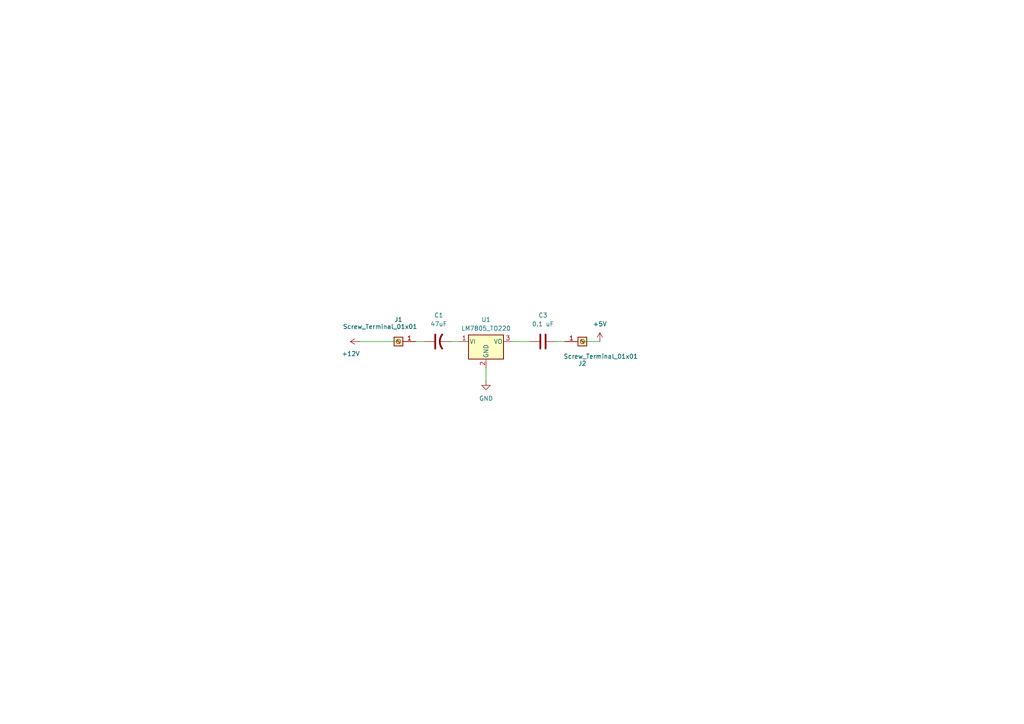
<source format=kicad_sch>
(kicad_sch
	(version 20250114)
	(generator "eeschema")
	(generator_version "9.0")
	(uuid "d52add8c-aefc-44c4-ab52-31b65394f964")
	(paper "A4")
	(lib_symbols
		(symbol "Connector:Screw_Terminal_01x01"
			(pin_names
				(offset 1.016)
				(hide yes)
			)
			(exclude_from_sim no)
			(in_bom yes)
			(on_board yes)
			(property "Reference" "J"
				(at 0 2.54 0)
				(effects
					(font
						(size 1.27 1.27)
					)
				)
			)
			(property "Value" "Screw_Terminal_01x01"
				(at 0 -2.54 0)
				(effects
					(font
						(size 1.27 1.27)
					)
				)
			)
			(property "Footprint" ""
				(at 0 0 0)
				(effects
					(font
						(size 1.27 1.27)
					)
					(hide yes)
				)
			)
			(property "Datasheet" "~"
				(at 0 0 0)
				(effects
					(font
						(size 1.27 1.27)
					)
					(hide yes)
				)
			)
			(property "Description" "Generic screw terminal, single row, 01x01, script generated (kicad-library-utils/schlib/autogen/connector/)"
				(at 0 0 0)
				(effects
					(font
						(size 1.27 1.27)
					)
					(hide yes)
				)
			)
			(property "ki_keywords" "screw terminal"
				(at 0 0 0)
				(effects
					(font
						(size 1.27 1.27)
					)
					(hide yes)
				)
			)
			(property "ki_fp_filters" "TerminalBlock*:*"
				(at 0 0 0)
				(effects
					(font
						(size 1.27 1.27)
					)
					(hide yes)
				)
			)
			(symbol "Screw_Terminal_01x01_1_1"
				(rectangle
					(start -1.27 1.27)
					(end 1.27 -1.27)
					(stroke
						(width 0.254)
						(type default)
					)
					(fill
						(type background)
					)
				)
				(polyline
					(pts
						(xy -0.5334 0.3302) (xy 0.3302 -0.508)
					)
					(stroke
						(width 0.1524)
						(type default)
					)
					(fill
						(type none)
					)
				)
				(polyline
					(pts
						(xy -0.3556 0.508) (xy 0.508 -0.3302)
					)
					(stroke
						(width 0.1524)
						(type default)
					)
					(fill
						(type none)
					)
				)
				(circle
					(center 0 0)
					(radius 0.635)
					(stroke
						(width 0.1524)
						(type default)
					)
					(fill
						(type none)
					)
				)
				(pin passive line
					(at -5.08 0 0)
					(length 3.81)
					(name "Pin_1"
						(effects
							(font
								(size 1.27 1.27)
							)
						)
					)
					(number "1"
						(effects
							(font
								(size 1.27 1.27)
							)
						)
					)
				)
			)
			(embedded_fonts no)
		)
		(symbol "Device:C"
			(pin_numbers
				(hide yes)
			)
			(pin_names
				(offset 0.254)
			)
			(exclude_from_sim no)
			(in_bom yes)
			(on_board yes)
			(property "Reference" "C"
				(at 0.635 2.54 0)
				(effects
					(font
						(size 1.27 1.27)
					)
					(justify left)
				)
			)
			(property "Value" "C"
				(at 0.635 -2.54 0)
				(effects
					(font
						(size 1.27 1.27)
					)
					(justify left)
				)
			)
			(property "Footprint" ""
				(at 0.9652 -3.81 0)
				(effects
					(font
						(size 1.27 1.27)
					)
					(hide yes)
				)
			)
			(property "Datasheet" "~"
				(at 0 0 0)
				(effects
					(font
						(size 1.27 1.27)
					)
					(hide yes)
				)
			)
			(property "Description" "Unpolarized capacitor"
				(at 0 0 0)
				(effects
					(font
						(size 1.27 1.27)
					)
					(hide yes)
				)
			)
			(property "ki_keywords" "cap capacitor"
				(at 0 0 0)
				(effects
					(font
						(size 1.27 1.27)
					)
					(hide yes)
				)
			)
			(property "ki_fp_filters" "C_*"
				(at 0 0 0)
				(effects
					(font
						(size 1.27 1.27)
					)
					(hide yes)
				)
			)
			(symbol "C_0_1"
				(polyline
					(pts
						(xy -2.032 0.762) (xy 2.032 0.762)
					)
					(stroke
						(width 0.508)
						(type default)
					)
					(fill
						(type none)
					)
				)
				(polyline
					(pts
						(xy -2.032 -0.762) (xy 2.032 -0.762)
					)
					(stroke
						(width 0.508)
						(type default)
					)
					(fill
						(type none)
					)
				)
			)
			(symbol "C_1_1"
				(pin passive line
					(at 0 3.81 270)
					(length 2.794)
					(name "~"
						(effects
							(font
								(size 1.27 1.27)
							)
						)
					)
					(number "1"
						(effects
							(font
								(size 1.27 1.27)
							)
						)
					)
				)
				(pin passive line
					(at 0 -3.81 90)
					(length 2.794)
					(name "~"
						(effects
							(font
								(size 1.27 1.27)
							)
						)
					)
					(number "2"
						(effects
							(font
								(size 1.27 1.27)
							)
						)
					)
				)
			)
			(embedded_fonts no)
		)
		(symbol "Device:C_US"
			(pin_numbers
				(hide yes)
			)
			(pin_names
				(offset 0.254)
				(hide yes)
			)
			(exclude_from_sim no)
			(in_bom yes)
			(on_board yes)
			(property "Reference" "C"
				(at 0.635 2.54 0)
				(effects
					(font
						(size 1.27 1.27)
					)
					(justify left)
				)
			)
			(property "Value" "C_US"
				(at 0.635 -2.54 0)
				(effects
					(font
						(size 1.27 1.27)
					)
					(justify left)
				)
			)
			(property "Footprint" ""
				(at 0 0 0)
				(effects
					(font
						(size 1.27 1.27)
					)
					(hide yes)
				)
			)
			(property "Datasheet" ""
				(at 0 0 0)
				(effects
					(font
						(size 1.27 1.27)
					)
					(hide yes)
				)
			)
			(property "Description" "capacitor, US symbol"
				(at 0 0 0)
				(effects
					(font
						(size 1.27 1.27)
					)
					(hide yes)
				)
			)
			(property "ki_keywords" "cap capacitor"
				(at 0 0 0)
				(effects
					(font
						(size 1.27 1.27)
					)
					(hide yes)
				)
			)
			(property "ki_fp_filters" "C_*"
				(at 0 0 0)
				(effects
					(font
						(size 1.27 1.27)
					)
					(hide yes)
				)
			)
			(symbol "C_US_0_1"
				(polyline
					(pts
						(xy -2.032 0.762) (xy 2.032 0.762)
					)
					(stroke
						(width 0.508)
						(type default)
					)
					(fill
						(type none)
					)
				)
				(arc
					(start -2.032 -1.27)
					(mid 0 -0.5572)
					(end 2.032 -1.27)
					(stroke
						(width 0.508)
						(type default)
					)
					(fill
						(type none)
					)
				)
			)
			(symbol "C_US_1_1"
				(pin passive line
					(at 0 3.81 270)
					(length 2.794)
					(name "~"
						(effects
							(font
								(size 1.27 1.27)
							)
						)
					)
					(number "1"
						(effects
							(font
								(size 1.27 1.27)
							)
						)
					)
				)
				(pin passive line
					(at 0 -3.81 90)
					(length 3.302)
					(name "~"
						(effects
							(font
								(size 1.27 1.27)
							)
						)
					)
					(number "2"
						(effects
							(font
								(size 1.27 1.27)
							)
						)
					)
				)
			)
			(embedded_fonts no)
		)
		(symbol "Regulator_Linear:LM7805_TO220"
			(pin_names
				(offset 0.254)
			)
			(exclude_from_sim no)
			(in_bom yes)
			(on_board yes)
			(property "Reference" "U"
				(at -3.81 3.175 0)
				(effects
					(font
						(size 1.27 1.27)
					)
				)
			)
			(property "Value" "LM7805_TO220"
				(at 0 3.175 0)
				(effects
					(font
						(size 1.27 1.27)
					)
					(justify left)
				)
			)
			(property "Footprint" "Package_TO_SOT_THT:TO-220-3_Vertical"
				(at 0 5.715 0)
				(effects
					(font
						(size 1.27 1.27)
						(italic yes)
					)
					(hide yes)
				)
			)
			(property "Datasheet" "https://www.onsemi.cn/PowerSolutions/document/MC7800-D.PDF"
				(at 0 -1.27 0)
				(effects
					(font
						(size 1.27 1.27)
					)
					(hide yes)
				)
			)
			(property "Description" "Positive 1A 35V Linear Regulator, Fixed Output 5V, TO-220"
				(at 0 0 0)
				(effects
					(font
						(size 1.27 1.27)
					)
					(hide yes)
				)
			)
			(property "ki_keywords" "Voltage Regulator 1A Positive"
				(at 0 0 0)
				(effects
					(font
						(size 1.27 1.27)
					)
					(hide yes)
				)
			)
			(property "ki_fp_filters" "TO?220*"
				(at 0 0 0)
				(effects
					(font
						(size 1.27 1.27)
					)
					(hide yes)
				)
			)
			(symbol "LM7805_TO220_0_1"
				(rectangle
					(start -5.08 1.905)
					(end 5.08 -5.08)
					(stroke
						(width 0.254)
						(type default)
					)
					(fill
						(type background)
					)
				)
			)
			(symbol "LM7805_TO220_1_1"
				(pin power_in line
					(at -7.62 0 0)
					(length 2.54)
					(name "VI"
						(effects
							(font
								(size 1.27 1.27)
							)
						)
					)
					(number "1"
						(effects
							(font
								(size 1.27 1.27)
							)
						)
					)
				)
				(pin power_in line
					(at 0 -7.62 90)
					(length 2.54)
					(name "GND"
						(effects
							(font
								(size 1.27 1.27)
							)
						)
					)
					(number "2"
						(effects
							(font
								(size 1.27 1.27)
							)
						)
					)
				)
				(pin power_out line
					(at 7.62 0 180)
					(length 2.54)
					(name "VO"
						(effects
							(font
								(size 1.27 1.27)
							)
						)
					)
					(number "3"
						(effects
							(font
								(size 1.27 1.27)
							)
						)
					)
				)
			)
			(embedded_fonts no)
		)
		(symbol "power:+12V"
			(power)
			(pin_numbers
				(hide yes)
			)
			(pin_names
				(offset 0)
				(hide yes)
			)
			(exclude_from_sim no)
			(in_bom yes)
			(on_board yes)
			(property "Reference" "#PWR"
				(at 0 -3.81 0)
				(effects
					(font
						(size 1.27 1.27)
					)
					(hide yes)
				)
			)
			(property "Value" "+12V"
				(at 0 3.556 0)
				(effects
					(font
						(size 1.27 1.27)
					)
				)
			)
			(property "Footprint" ""
				(at 0 0 0)
				(effects
					(font
						(size 1.27 1.27)
					)
					(hide yes)
				)
			)
			(property "Datasheet" ""
				(at 0 0 0)
				(effects
					(font
						(size 1.27 1.27)
					)
					(hide yes)
				)
			)
			(property "Description" "Power symbol creates a global label with name \"+12V\""
				(at 0 0 0)
				(effects
					(font
						(size 1.27 1.27)
					)
					(hide yes)
				)
			)
			(property "ki_keywords" "global power"
				(at 0 0 0)
				(effects
					(font
						(size 1.27 1.27)
					)
					(hide yes)
				)
			)
			(symbol "+12V_0_1"
				(polyline
					(pts
						(xy -0.762 1.27) (xy 0 2.54)
					)
					(stroke
						(width 0)
						(type default)
					)
					(fill
						(type none)
					)
				)
				(polyline
					(pts
						(xy 0 2.54) (xy 0.762 1.27)
					)
					(stroke
						(width 0)
						(type default)
					)
					(fill
						(type none)
					)
				)
				(polyline
					(pts
						(xy 0 0) (xy 0 2.54)
					)
					(stroke
						(width 0)
						(type default)
					)
					(fill
						(type none)
					)
				)
			)
			(symbol "+12V_1_1"
				(pin power_in line
					(at 0 0 90)
					(length 0)
					(name "~"
						(effects
							(font
								(size 1.27 1.27)
							)
						)
					)
					(number "1"
						(effects
							(font
								(size 1.27 1.27)
							)
						)
					)
				)
			)
			(embedded_fonts no)
		)
		(symbol "power:+5V"
			(power)
			(pin_numbers
				(hide yes)
			)
			(pin_names
				(offset 0)
				(hide yes)
			)
			(exclude_from_sim no)
			(in_bom yes)
			(on_board yes)
			(property "Reference" "#PWR"
				(at 0 -3.81 0)
				(effects
					(font
						(size 1.27 1.27)
					)
					(hide yes)
				)
			)
			(property "Value" "+5V"
				(at 0 3.556 0)
				(effects
					(font
						(size 1.27 1.27)
					)
				)
			)
			(property "Footprint" ""
				(at 0 0 0)
				(effects
					(font
						(size 1.27 1.27)
					)
					(hide yes)
				)
			)
			(property "Datasheet" ""
				(at 0 0 0)
				(effects
					(font
						(size 1.27 1.27)
					)
					(hide yes)
				)
			)
			(property "Description" "Power symbol creates a global label with name \"+5V\""
				(at 0 0 0)
				(effects
					(font
						(size 1.27 1.27)
					)
					(hide yes)
				)
			)
			(property "ki_keywords" "global power"
				(at 0 0 0)
				(effects
					(font
						(size 1.27 1.27)
					)
					(hide yes)
				)
			)
			(symbol "+5V_0_1"
				(polyline
					(pts
						(xy -0.762 1.27) (xy 0 2.54)
					)
					(stroke
						(width 0)
						(type default)
					)
					(fill
						(type none)
					)
				)
				(polyline
					(pts
						(xy 0 2.54) (xy 0.762 1.27)
					)
					(stroke
						(width 0)
						(type default)
					)
					(fill
						(type none)
					)
				)
				(polyline
					(pts
						(xy 0 0) (xy 0 2.54)
					)
					(stroke
						(width 0)
						(type default)
					)
					(fill
						(type none)
					)
				)
			)
			(symbol "+5V_1_1"
				(pin power_in line
					(at 0 0 90)
					(length 0)
					(name "~"
						(effects
							(font
								(size 1.27 1.27)
							)
						)
					)
					(number "1"
						(effects
							(font
								(size 1.27 1.27)
							)
						)
					)
				)
			)
			(embedded_fonts no)
		)
		(symbol "power:GND"
			(power)
			(pin_numbers
				(hide yes)
			)
			(pin_names
				(offset 0)
				(hide yes)
			)
			(exclude_from_sim no)
			(in_bom yes)
			(on_board yes)
			(property "Reference" "#PWR"
				(at 0 -6.35 0)
				(effects
					(font
						(size 1.27 1.27)
					)
					(hide yes)
				)
			)
			(property "Value" "GND"
				(at 0 -3.81 0)
				(effects
					(font
						(size 1.27 1.27)
					)
				)
			)
			(property "Footprint" ""
				(at 0 0 0)
				(effects
					(font
						(size 1.27 1.27)
					)
					(hide yes)
				)
			)
			(property "Datasheet" ""
				(at 0 0 0)
				(effects
					(font
						(size 1.27 1.27)
					)
					(hide yes)
				)
			)
			(property "Description" "Power symbol creates a global label with name \"GND\" , ground"
				(at 0 0 0)
				(effects
					(font
						(size 1.27 1.27)
					)
					(hide yes)
				)
			)
			(property "ki_keywords" "global power"
				(at 0 0 0)
				(effects
					(font
						(size 1.27 1.27)
					)
					(hide yes)
				)
			)
			(symbol "GND_0_1"
				(polyline
					(pts
						(xy 0 0) (xy 0 -1.27) (xy 1.27 -1.27) (xy 0 -2.54) (xy -1.27 -1.27) (xy 0 -1.27)
					)
					(stroke
						(width 0)
						(type default)
					)
					(fill
						(type none)
					)
				)
			)
			(symbol "GND_1_1"
				(pin power_in line
					(at 0 0 270)
					(length 0)
					(name "~"
						(effects
							(font
								(size 1.27 1.27)
							)
						)
					)
					(number "1"
						(effects
							(font
								(size 1.27 1.27)
							)
						)
					)
				)
			)
			(embedded_fonts no)
		)
	)
	(wire
		(pts
			(xy 163.83 99.06) (xy 161.29 99.06)
		)
		(stroke
			(width 0)
			(type default)
		)
		(uuid "1803d98c-61fc-415b-ba2c-370939fb97d8")
	)
	(wire
		(pts
			(xy 168.91 99.06) (xy 173.99 99.06)
		)
		(stroke
			(width 0)
			(type default)
		)
		(uuid "3f7223c1-e81c-469e-912e-1dfe04898113")
	)
	(wire
		(pts
			(xy 140.97 106.68) (xy 140.97 110.49)
		)
		(stroke
			(width 0)
			(type default)
		)
		(uuid "57258b46-d808-46af-91a7-7f3b0a042157")
	)
	(wire
		(pts
			(xy 130.81 99.06) (xy 133.35 99.06)
		)
		(stroke
			(width 0)
			(type default)
		)
		(uuid "88d4ec1d-ced4-413e-985b-581f1467dd56")
	)
	(wire
		(pts
			(xy 104.14 99.06) (xy 115.57 99.06)
		)
		(stroke
			(width 0)
			(type default)
		)
		(uuid "97f23e5d-1130-41e6-b204-c787f9374bba")
	)
	(wire
		(pts
			(xy 148.59 99.06) (xy 153.67 99.06)
		)
		(stroke
			(width 0)
			(type default)
		)
		(uuid "c0c0d41d-60c5-4e2b-9f7a-e401c9cb95b6")
	)
	(wire
		(pts
			(xy 120.65 99.06) (xy 123.19 99.06)
		)
		(stroke
			(width 0)
			(type default)
		)
		(uuid "d376206a-4b6c-4639-8ce9-c39e791ed945")
	)
	(symbol
		(lib_id "Connector:Screw_Terminal_01x01")
		(at 115.57 99.06 180)
		(unit 1)
		(exclude_from_sim no)
		(in_bom yes)
		(on_board yes)
		(dnp no)
		(uuid "0bc445f2-1706-4de2-9c5b-7264c673245a")
		(property "Reference" "J1"
			(at 115.57 92.71 0)
			(effects
				(font
					(size 1.27 1.27)
				)
			)
		)
		(property "Value" "Screw_Terminal_01x01"
			(at 110.236 94.742 0)
			(effects
				(font
					(size 1.27 1.27)
				)
			)
		)
		(property "Footprint" "TerminalBlock_Degson:TerminalBlock_Degson_DG250-3.5-01P_1x01_P3.50mm_45Degree"
			(at 115.57 99.06 0)
			(effects
				(font
					(size 1.27 1.27)
				)
				(hide yes)
			)
		)
		(property "Datasheet" "~"
			(at 115.57 99.06 0)
			(effects
				(font
					(size 1.27 1.27)
				)
				(hide yes)
			)
		)
		(property "Description" "Generic screw terminal, single row, 01x01, script generated (kicad-library-utils/schlib/autogen/connector/)"
			(at 115.57 99.06 0)
			(effects
				(font
					(size 1.27 1.27)
				)
				(hide yes)
			)
		)
		(pin "1"
			(uuid "75baaa2b-55e6-4780-af80-c012849afd56")
		)
		(instances
			(project ""
				(path "/d52add8c-aefc-44c4-ab52-31b65394f964"
					(reference "J1")
					(unit 1)
				)
			)
		)
	)
	(symbol
		(lib_id "Regulator_Linear:LM7805_TO220")
		(at 140.97 99.06 0)
		(unit 1)
		(exclude_from_sim no)
		(in_bom yes)
		(on_board yes)
		(dnp no)
		(fields_autoplaced yes)
		(uuid "4c1a66ea-97d8-4bf8-b73e-009003aecdbd")
		(property "Reference" "U1"
			(at 140.97 92.71 0)
			(effects
				(font
					(size 1.27 1.27)
				)
			)
		)
		(property "Value" "LM7805_TO220"
			(at 140.97 95.25 0)
			(effects
				(font
					(size 1.27 1.27)
				)
			)
		)
		(property "Footprint" "Package_TO_SOT_THT:TO-220-3_Vertical"
			(at 140.97 93.345 0)
			(effects
				(font
					(size 1.27 1.27)
					(italic yes)
				)
				(hide yes)
			)
		)
		(property "Datasheet" "https://www.onsemi.cn/PowerSolutions/document/MC7800-D.PDF"
			(at 140.97 100.33 0)
			(effects
				(font
					(size 1.27 1.27)
				)
				(hide yes)
			)
		)
		(property "Description" "Positive 1A 35V Linear Regulator, Fixed Output 5V, TO-220"
			(at 140.97 99.06 0)
			(effects
				(font
					(size 1.27 1.27)
				)
				(hide yes)
			)
		)
		(pin "3"
			(uuid "601a186c-738e-4716-8457-d7c79e04d376")
		)
		(pin "2"
			(uuid "743a8547-43c0-4902-945f-e471de8b46aa")
		)
		(pin "1"
			(uuid "80a677f6-7622-4381-b8bf-84de1807346b")
		)
		(instances
			(project ""
				(path "/d52add8c-aefc-44c4-ab52-31b65394f964"
					(reference "U1")
					(unit 1)
				)
			)
		)
	)
	(symbol
		(lib_id "power:+5V")
		(at 173.99 99.06 0)
		(unit 1)
		(exclude_from_sim no)
		(in_bom yes)
		(on_board yes)
		(dnp no)
		(fields_autoplaced yes)
		(uuid "5170ae0d-3ed5-4fc1-8f67-3ed6004b2600")
		(property "Reference" "#PWR03"
			(at 173.99 102.87 0)
			(effects
				(font
					(size 1.27 1.27)
				)
				(hide yes)
			)
		)
		(property "Value" "+5V"
			(at 173.99 93.98 0)
			(effects
				(font
					(size 1.27 1.27)
				)
			)
		)
		(property "Footprint" ""
			(at 173.99 99.06 0)
			(effects
				(font
					(size 1.27 1.27)
				)
				(hide yes)
			)
		)
		(property "Datasheet" ""
			(at 173.99 99.06 0)
			(effects
				(font
					(size 1.27 1.27)
				)
				(hide yes)
			)
		)
		(property "Description" "Power symbol creates a global label with name \"+5V\""
			(at 173.99 99.06 0)
			(effects
				(font
					(size 1.27 1.27)
				)
				(hide yes)
			)
		)
		(pin "1"
			(uuid "456c87e4-4500-44b3-b689-8ad8b535002d")
		)
		(instances
			(project ""
				(path "/d52add8c-aefc-44c4-ab52-31b65394f964"
					(reference "#PWR03")
					(unit 1)
				)
			)
		)
	)
	(symbol
		(lib_id "power:GND")
		(at 140.97 110.49 0)
		(unit 1)
		(exclude_from_sim no)
		(in_bom yes)
		(on_board yes)
		(dnp no)
		(fields_autoplaced yes)
		(uuid "6b6634b7-0a9e-4be2-b0f3-e74835fd45d6")
		(property "Reference" "#PWR01"
			(at 140.97 116.84 0)
			(effects
				(font
					(size 1.27 1.27)
				)
				(hide yes)
			)
		)
		(property "Value" "GND"
			(at 140.97 115.57 0)
			(effects
				(font
					(size 1.27 1.27)
				)
			)
		)
		(property "Footprint" ""
			(at 140.97 110.49 0)
			(effects
				(font
					(size 1.27 1.27)
				)
				(hide yes)
			)
		)
		(property "Datasheet" ""
			(at 140.97 110.49 0)
			(effects
				(font
					(size 1.27 1.27)
				)
				(hide yes)
			)
		)
		(property "Description" "Power symbol creates a global label with name \"GND\" , ground"
			(at 140.97 110.49 0)
			(effects
				(font
					(size 1.27 1.27)
				)
				(hide yes)
			)
		)
		(pin "1"
			(uuid "539e8e8a-00ce-47d0-8edd-2a529bc0c567")
		)
		(instances
			(project ""
				(path "/d52add8c-aefc-44c4-ab52-31b65394f964"
					(reference "#PWR01")
					(unit 1)
				)
			)
		)
	)
	(symbol
		(lib_id "Connector:Screw_Terminal_01x01")
		(at 168.91 99.06 0)
		(unit 1)
		(exclude_from_sim no)
		(in_bom yes)
		(on_board yes)
		(dnp no)
		(uuid "976661e8-4fce-4d35-83c2-05a37ce93b3f")
		(property "Reference" "J2"
			(at 168.91 105.41 0)
			(effects
				(font
					(size 1.27 1.27)
				)
			)
		)
		(property "Value" "Screw_Terminal_01x01"
			(at 174.244 103.378 0)
			(effects
				(font
					(size 1.27 1.27)
				)
			)
		)
		(property "Footprint" "TerminalBlock_Degson:TerminalBlock_Degson_DG250-3.5-01P_1x01_P3.50mm_45Degree"
			(at 168.91 99.06 0)
			(effects
				(font
					(size 1.27 1.27)
				)
				(hide yes)
			)
		)
		(property "Datasheet" "~"
			(at 168.91 99.06 0)
			(effects
				(font
					(size 1.27 1.27)
				)
				(hide yes)
			)
		)
		(property "Description" "Generic screw terminal, single row, 01x01, script generated (kicad-library-utils/schlib/autogen/connector/)"
			(at 168.91 99.06 0)
			(effects
				(font
					(size 1.27 1.27)
				)
				(hide yes)
			)
		)
		(pin "1"
			(uuid "c5b00ea4-f878-4740-8892-75a2cad48d0f")
		)
		(instances
			(project "test of knowledge"
				(path "/d52add8c-aefc-44c4-ab52-31b65394f964"
					(reference "J2")
					(unit 1)
				)
			)
		)
	)
	(symbol
		(lib_id "Device:C")
		(at 157.48 99.06 90)
		(unit 1)
		(exclude_from_sim no)
		(in_bom yes)
		(on_board yes)
		(dnp no)
		(fields_autoplaced yes)
		(uuid "a73939af-aa1b-447f-b5a5-c7f2a7fb100b")
		(property "Reference" "C3"
			(at 157.48 91.44 90)
			(effects
				(font
					(size 1.27 1.27)
				)
			)
		)
		(property "Value" "0.1 uF"
			(at 157.48 93.98 90)
			(effects
				(font
					(size 1.27 1.27)
				)
			)
		)
		(property "Footprint" "Capacitor_SMD:C_0805_2012Metric_Pad1.18x1.45mm_HandSolder"
			(at 161.29 98.0948 0)
			(effects
				(font
					(size 1.27 1.27)
				)
				(hide yes)
			)
		)
		(property "Datasheet" "~"
			(at 157.48 99.06 0)
			(effects
				(font
					(size 1.27 1.27)
				)
				(hide yes)
			)
		)
		(property "Description" "Unpolarized capacitor"
			(at 157.48 99.06 0)
			(effects
				(font
					(size 1.27 1.27)
				)
				(hide yes)
			)
		)
		(pin "2"
			(uuid "8d55fd0d-9243-4413-bf2f-ce1e58e5b45c")
		)
		(pin "1"
			(uuid "4a992987-e437-42cb-a0f8-bdaf8ec7cf67")
		)
		(instances
			(project ""
				(path "/d52add8c-aefc-44c4-ab52-31b65394f964"
					(reference "C3")
					(unit 1)
				)
			)
		)
	)
	(symbol
		(lib_id "power:+12V")
		(at 104.14 99.06 90)
		(unit 1)
		(exclude_from_sim no)
		(in_bom yes)
		(on_board yes)
		(dnp no)
		(uuid "e334518c-7656-46cc-aba7-bf33c4ef644d")
		(property "Reference" "#PWR02"
			(at 107.95 99.06 0)
			(effects
				(font
					(size 1.27 1.27)
				)
				(hide yes)
			)
		)
		(property "Value" "+12V"
			(at 104.394 102.616 90)
			(effects
				(font
					(size 1.27 1.27)
				)
				(justify left)
			)
		)
		(property "Footprint" ""
			(at 104.14 99.06 0)
			(effects
				(font
					(size 1.27 1.27)
				)
				(hide yes)
			)
		)
		(property "Datasheet" ""
			(at 104.14 99.06 0)
			(effects
				(font
					(size 1.27 1.27)
				)
				(hide yes)
			)
		)
		(property "Description" "Power symbol creates a global label with name \"+12V\""
			(at 104.14 99.06 0)
			(effects
				(font
					(size 1.27 1.27)
				)
				(hide yes)
			)
		)
		(pin "1"
			(uuid "c76687e8-5618-49c8-be43-9ac7c3570719")
		)
		(instances
			(project ""
				(path "/d52add8c-aefc-44c4-ab52-31b65394f964"
					(reference "#PWR02")
					(unit 1)
				)
			)
		)
	)
	(symbol
		(lib_id "Device:C_US")
		(at 127 99.06 90)
		(unit 1)
		(exclude_from_sim no)
		(in_bom yes)
		(on_board yes)
		(dnp no)
		(fields_autoplaced yes)
		(uuid "e98b77c7-5d9e-44d3-aa3c-3df31553666d")
		(property "Reference" "C1"
			(at 127.254 91.44 90)
			(effects
				(font
					(size 1.27 1.27)
				)
			)
		)
		(property "Value" "47uF"
			(at 127.254 93.98 90)
			(effects
				(font
					(size 1.27 1.27)
				)
			)
		)
		(property "Footprint" "Capacitor_SMD:C_Elec_3x5.4"
			(at 127 99.06 0)
			(effects
				(font
					(size 1.27 1.27)
				)
				(hide yes)
			)
		)
		(property "Datasheet" ""
			(at 127 99.06 0)
			(effects
				(font
					(size 1.27 1.27)
				)
				(hide yes)
			)
		)
		(property "Description" "capacitor, US symbol"
			(at 127 99.06 0)
			(effects
				(font
					(size 1.27 1.27)
				)
				(hide yes)
			)
		)
		(pin "1"
			(uuid "d4b7c88f-54f7-4b8a-bf4b-bb66989ea797")
		)
		(pin "2"
			(uuid "7038da04-8dc0-49f2-8d46-0687605dc7b6")
		)
		(instances
			(project ""
				(path "/d52add8c-aefc-44c4-ab52-31b65394f964"
					(reference "C1")
					(unit 1)
				)
			)
		)
	)
	(sheet_instances
		(path "/"
			(page "1")
		)
	)
	(embedded_fonts no)
)

</source>
